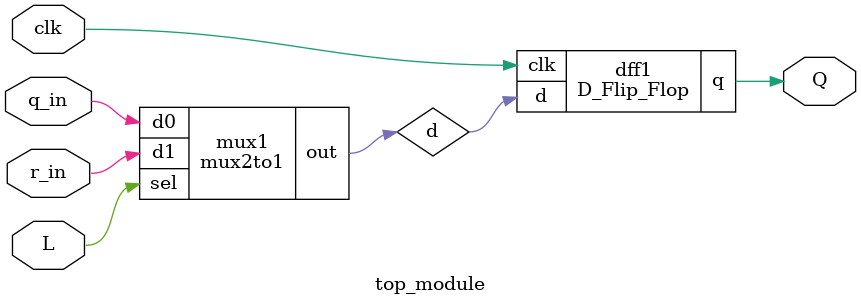
<source format=v>
module mux2to1(
    input d0,
    input d1,
    input sel,
    output out
);
    assign out = (sel)? d1:d0;
endmodule

module D_Flip_Flop(
    input clk,
    input d,
    output q
);
    always@(posedge clk)begin
        q<=d;
    end
endmodule

module top_module (
	input clk,
	input L,
	input r_in,
	input q_in,
	output reg Q);
    
    wire d;
    
    mux2to1 mux1(q_in, r_in,L,d);
    D_Flip_Flop dff1(clk,d,Q);

endmodule

</source>
